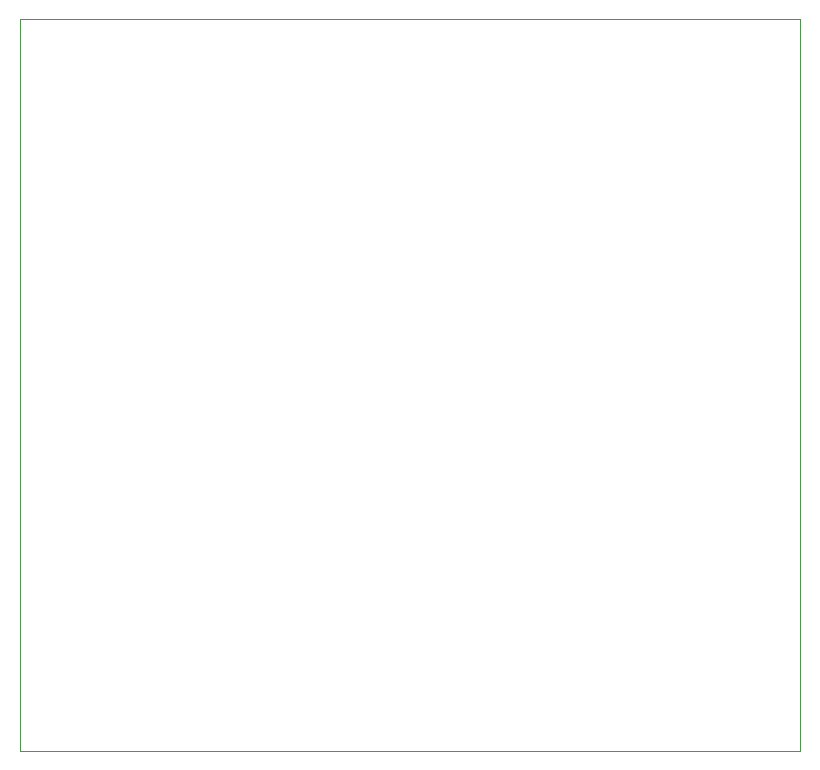
<source format=gbr>
%TF.GenerationSoftware,KiCad,Pcbnew,6.0.2+dfsg-1*%
%TF.CreationDate,2024-07-06T12:30:45+10:00*%
%TF.ProjectId,ulx3s_mixer,756c7833-735f-46d6-9978-65722e6b6963,rev?*%
%TF.SameCoordinates,Original*%
%TF.FileFunction,Profile,NP*%
%FSLAX46Y46*%
G04 Gerber Fmt 4.6, Leading zero omitted, Abs format (unit mm)*
G04 Created by KiCad (PCBNEW 6.0.2+dfsg-1) date 2024-07-06 12:30:45*
%MOMM*%
%LPD*%
G01*
G04 APERTURE LIST*
%TA.AperFunction,Profile*%
%ADD10C,0.100000*%
%TD*%
G04 APERTURE END LIST*
D10*
X156000000Y-48000000D02*
X156000000Y-110000000D01*
X90000000Y-110000000D02*
X90000000Y-48000000D01*
X156000000Y-110000000D02*
X90000000Y-110000000D01*
X90000000Y-48000000D02*
X156000000Y-48000000D01*
M02*

</source>
